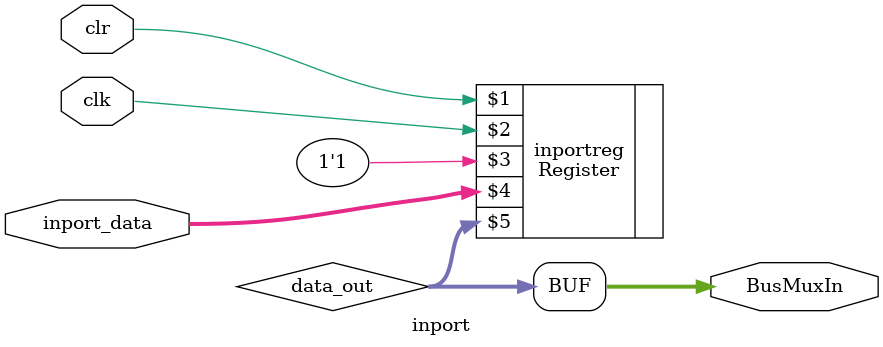
<source format=v>
module inport(
	input clr,clk, 
	input [31:0]inport_data,
	output [31:0] BusMuxIn
	);
	wire [31:0] data_out;
	Register	inportreg(clr, clk, 1'b1,inport_data, data_out);
	assign BusMuxIn=data_out;
		
endmodule 
</source>
